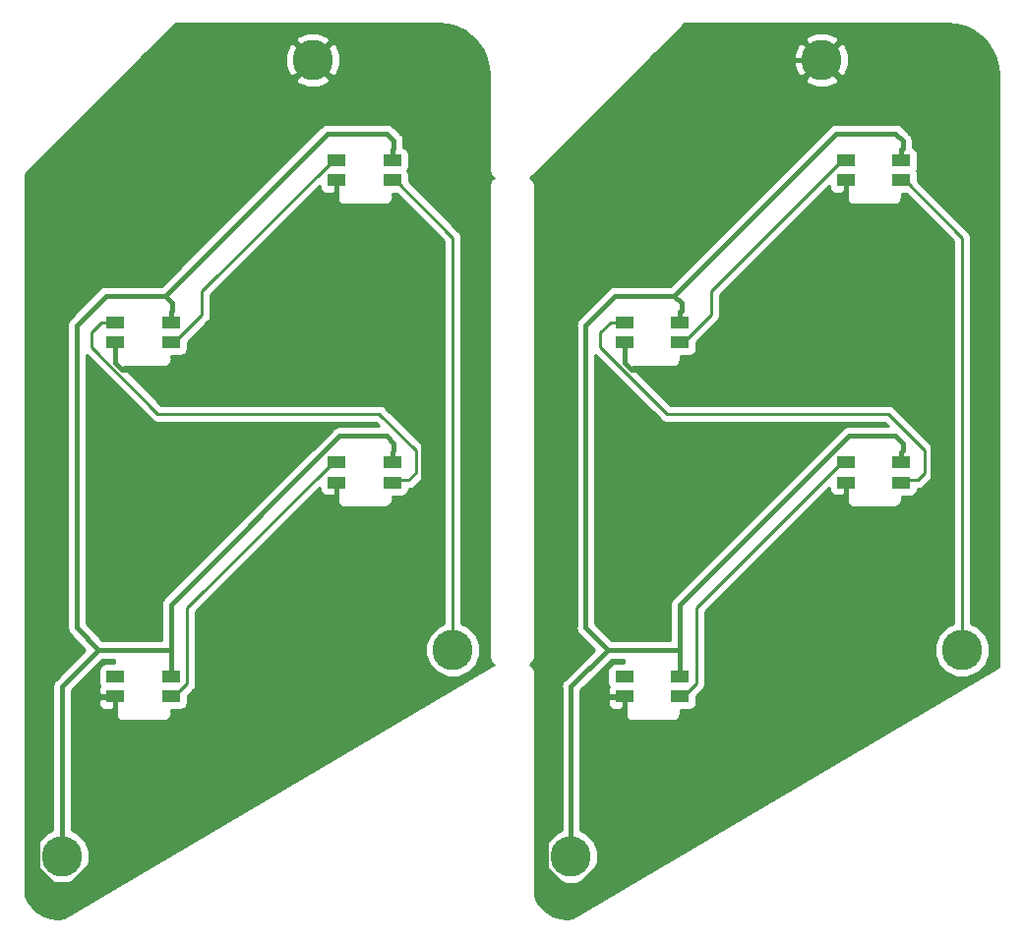
<source format=gbl>
G04 #@! TF.GenerationSoftware,KiCad,Pcbnew,5.0.2-bee76a0~70~ubuntu18.04.1*
G04 #@! TF.CreationDate,2019-07-24T01:50:04+09:00*
G04 #@! TF.ProjectId,shieldR,73686965-6c64-4522-9e6b-696361645f70,rev?*
G04 #@! TF.SameCoordinates,Original*
G04 #@! TF.FileFunction,Copper,L2,Bot*
G04 #@! TF.FilePolarity,Positive*
%FSLAX46Y46*%
G04 Gerber Fmt 4.6, Leading zero omitted, Abs format (unit mm)*
G04 Created by KiCad (PCBNEW 5.0.2-bee76a0~70~ubuntu18.04.1) date 2019年07月24日 01時50分04秒*
%MOMM*%
%LPD*%
G01*
G04 APERTURE LIST*
G04 #@! TA.AperFunction,ComponentPad*
%ADD10C,3.470000*%
G04 #@! TD*
G04 #@! TA.AperFunction,SMDPad,CuDef*
%ADD11R,1.600000X1.000000*%
G04 #@! TD*
G04 #@! TA.AperFunction,ViaPad*
%ADD12C,0.800000*%
G04 #@! TD*
G04 #@! TA.AperFunction,Conductor*
%ADD13C,0.400000*%
G04 #@! TD*
G04 #@! TA.AperFunction,Conductor*
%ADD14C,0.250000*%
G04 #@! TD*
G04 #@! TA.AperFunction,Conductor*
%ADD15C,0.254000*%
G04 #@! TD*
G04 APERTURE END LIST*
D10*
G04 #@! TO.P,J4,1*
G04 #@! TO.N,VCC*
X103505000Y-93345000D03*
G04 #@! TD*
G04 #@! TO.P,J5,1*
G04 #@! TO.N,GND*
X125095000Y-24765000D03*
G04 #@! TD*
G04 #@! TO.P,J3,1*
G04 #@! TO.N,LED*
X137160000Y-75565000D03*
G04 #@! TD*
D11*
G04 #@! TO.P,L4,2*
G04 #@! TO.N,GND*
X108090000Y-79615000D03*
G04 #@! TO.P,L4,1*
G04 #@! TO.N,Net-(L4-Pad1)*
X108090000Y-77865000D03*
G04 #@! TO.P,L4,4*
G04 #@! TO.N,VCC*
X112890000Y-77865000D03*
G04 #@! TO.P,L4,3*
G04 #@! TO.N,Net-(L3-Pad1)*
X112890000Y-79615000D03*
G04 #@! TD*
G04 #@! TO.P,L2,3*
G04 #@! TO.N,Net-(L1-Pad1)*
X69075000Y-49135000D03*
G04 #@! TO.P,L2,4*
G04 #@! TO.N,VCC*
X69075000Y-47385000D03*
G04 #@! TO.P,L2,1*
G04 #@! TO.N,Net-(L2-Pad1)*
X64275000Y-47385000D03*
G04 #@! TO.P,L2,2*
G04 #@! TO.N,GND*
X64275000Y-49135000D03*
G04 #@! TD*
D10*
G04 #@! TO.P,J4,1*
G04 #@! TO.N,VCC*
X59690000Y-93345000D03*
G04 #@! TD*
G04 #@! TO.P,J5,1*
G04 #@! TO.N,GND*
X81280000Y-24765000D03*
G04 #@! TD*
G04 #@! TO.P,J3,1*
G04 #@! TO.N,LED*
X93345000Y-75565000D03*
G04 #@! TD*
D11*
G04 #@! TO.P,L3,3*
G04 #@! TO.N,Net-(L2-Pad1)*
X88125000Y-61200000D03*
G04 #@! TO.P,L3,4*
G04 #@! TO.N,VCC*
X88125000Y-59450000D03*
G04 #@! TO.P,L3,1*
G04 #@! TO.N,Net-(L3-Pad1)*
X83325000Y-59450000D03*
G04 #@! TO.P,L3,2*
G04 #@! TO.N,GND*
X83325000Y-61200000D03*
G04 #@! TD*
G04 #@! TO.P,L1,2*
G04 #@! TO.N,GND*
X127140000Y-35165000D03*
G04 #@! TO.P,L1,1*
G04 #@! TO.N,Net-(L1-Pad1)*
X127140000Y-33415000D03*
G04 #@! TO.P,L1,4*
G04 #@! TO.N,VCC*
X131940000Y-33415000D03*
G04 #@! TO.P,L1,3*
G04 #@! TO.N,LED*
X131940000Y-35165000D03*
G04 #@! TD*
G04 #@! TO.P,L1,3*
G04 #@! TO.N,LED*
X88125000Y-35165000D03*
G04 #@! TO.P,L1,4*
G04 #@! TO.N,VCC*
X88125000Y-33415000D03*
G04 #@! TO.P,L1,1*
G04 #@! TO.N,Net-(L1-Pad1)*
X83325000Y-33415000D03*
G04 #@! TO.P,L1,2*
G04 #@! TO.N,GND*
X83325000Y-35165000D03*
G04 #@! TD*
G04 #@! TO.P,L3,2*
G04 #@! TO.N,GND*
X127140000Y-61200000D03*
G04 #@! TO.P,L3,1*
G04 #@! TO.N,Net-(L3-Pad1)*
X127140000Y-59450000D03*
G04 #@! TO.P,L3,4*
G04 #@! TO.N,VCC*
X131940000Y-59450000D03*
G04 #@! TO.P,L3,3*
G04 #@! TO.N,Net-(L2-Pad1)*
X131940000Y-61200000D03*
G04 #@! TD*
G04 #@! TO.P,L4,3*
G04 #@! TO.N,Net-(L3-Pad1)*
X69075000Y-79615000D03*
G04 #@! TO.P,L4,4*
G04 #@! TO.N,VCC*
X69075000Y-77865000D03*
G04 #@! TO.P,L4,1*
G04 #@! TO.N,Net-(L4-Pad1)*
X64275000Y-77865000D03*
G04 #@! TO.P,L4,2*
G04 #@! TO.N,GND*
X64275000Y-79615000D03*
G04 #@! TD*
G04 #@! TO.P,L2,2*
G04 #@! TO.N,GND*
X108090000Y-49135000D03*
G04 #@! TO.P,L2,1*
G04 #@! TO.N,Net-(L2-Pad1)*
X108090000Y-47385000D03*
G04 #@! TO.P,L2,4*
G04 #@! TO.N,VCC*
X112890000Y-47385000D03*
G04 #@! TO.P,L2,3*
G04 #@! TO.N,Net-(L1-Pad1)*
X112890000Y-49135000D03*
G04 #@! TD*
D12*
G04 #@! TO.N,GND*
X68580000Y-62230000D03*
X112395000Y-62230000D03*
G04 #@! TD*
D13*
G04 #@! TO.N,VCC*
X103505000Y-93345000D02*
X103505000Y-78740000D01*
X112395000Y-45085000D02*
X107315000Y-45085000D01*
X104775000Y-73660000D02*
X106680000Y-75565000D01*
X132080000Y-31750000D02*
X131445000Y-31115000D01*
X131445000Y-31115000D02*
X126365000Y-31115000D01*
X112890000Y-47385000D02*
X112890000Y-46485000D01*
X131940000Y-33415000D02*
X131940000Y-32515000D01*
X131940000Y-58550000D02*
X132080000Y-58410000D01*
X112890000Y-76965000D02*
X112890000Y-77865000D01*
X113030000Y-46345000D02*
X113030000Y-45720000D01*
X112890000Y-71679998D02*
X112890000Y-75565000D01*
X132080000Y-58410000D02*
X132080000Y-57785000D01*
X126365000Y-31115000D02*
X112395000Y-45085000D01*
X127635000Y-57150000D02*
X127419998Y-57150000D01*
X131940000Y-32515000D02*
X132080000Y-32375000D01*
X132080000Y-57785000D02*
X131445000Y-57150000D01*
X127419998Y-57150000D02*
X112890000Y-71679998D01*
X113030000Y-45720000D02*
X112395000Y-45085000D01*
X104775000Y-47625000D02*
X104775000Y-73660000D01*
X103505000Y-78740000D02*
X106680000Y-75565000D01*
X131445000Y-57150000D02*
X127635000Y-57150000D01*
X131940000Y-59450000D02*
X131940000Y-58550000D01*
X112890000Y-46485000D02*
X113030000Y-46345000D01*
X69075000Y-47385000D02*
X69075000Y-46485000D01*
X69075000Y-46485000D02*
X69215000Y-46345000D01*
X60960000Y-47625000D02*
X60960000Y-73660000D01*
X60960000Y-73660000D02*
X62865000Y-75565000D01*
X69075000Y-75565000D02*
X69075000Y-76965000D01*
X69075000Y-71679998D02*
X69075000Y-75565000D01*
X62865000Y-75565000D02*
X69075000Y-75565000D01*
X59690000Y-78740000D02*
X62865000Y-75565000D01*
X88265000Y-32375000D02*
X88265000Y-31750000D01*
X82550000Y-31115000D02*
X68580000Y-45085000D01*
X88265000Y-31750000D02*
X87630000Y-31115000D01*
X87630000Y-31115000D02*
X82550000Y-31115000D01*
X68580000Y-45085000D02*
X63500000Y-45085000D01*
X63500000Y-45085000D02*
X60960000Y-47625000D01*
X69215000Y-45720000D02*
X68580000Y-45085000D01*
X69215000Y-46345000D02*
X69215000Y-45720000D01*
X88265000Y-57785000D02*
X87630000Y-57150000D01*
X88265000Y-58410000D02*
X88265000Y-57785000D01*
X88125000Y-59450000D02*
X88125000Y-58550000D01*
X132080000Y-32375000D02*
X132080000Y-31750000D01*
X112890000Y-75565000D02*
X112890000Y-76965000D01*
X107315000Y-45085000D02*
X104775000Y-47625000D01*
X106680000Y-75565000D02*
X112890000Y-75565000D01*
X88125000Y-32515000D02*
X88265000Y-32375000D01*
X88125000Y-33415000D02*
X88125000Y-32515000D01*
X87630000Y-57150000D02*
X83820000Y-57150000D01*
X59690000Y-93345000D02*
X59690000Y-78740000D01*
X88125000Y-58550000D02*
X88265000Y-58410000D01*
X83820000Y-57150000D02*
X83604998Y-57150000D01*
X83604998Y-57150000D02*
X69075000Y-71679998D01*
X69075000Y-76965000D02*
X69075000Y-77865000D01*
D14*
G04 #@! TO.N,LED*
X93345000Y-40085000D02*
X88425000Y-35165000D01*
X88425000Y-35165000D02*
X88125000Y-35165000D01*
X137160000Y-75565000D02*
X137160000Y-40085000D01*
X132240000Y-35165000D02*
X131940000Y-35165000D01*
X137160000Y-40085000D02*
X132240000Y-35165000D01*
X93345000Y-75565000D02*
X93345000Y-40085000D01*
G04 #@! TO.N,Net-(L1-Pad1)*
X126840000Y-33415000D02*
X115570000Y-44685000D01*
X71755000Y-44685000D02*
X71755000Y-46755000D01*
X71755000Y-46755000D02*
X69375000Y-49135000D01*
X69375000Y-49135000D02*
X69075000Y-49135000D01*
X83325000Y-33415000D02*
X83025000Y-33415000D01*
X83025000Y-33415000D02*
X71755000Y-44685000D01*
X115570000Y-44685000D02*
X115570000Y-46755000D01*
X113190000Y-49135000D02*
X112890000Y-49135000D01*
X127140000Y-33415000D02*
X126840000Y-33415000D01*
X115570000Y-46755000D02*
X113190000Y-49135000D01*
D13*
G04 #@! TO.N,GND*
X127635000Y-37465000D02*
X134620000Y-44450000D01*
X108692476Y-51435000D02*
X113665000Y-51435000D01*
X132080000Y-63500000D02*
X127635000Y-63500000D01*
X108585000Y-81915000D02*
X108090000Y-81420000D01*
X134620000Y-60960000D02*
X132080000Y-63500000D01*
X113665000Y-81915000D02*
X108585000Y-81915000D01*
X134620000Y-44450000D02*
X134620000Y-60960000D01*
X127635000Y-63500000D02*
X127140000Y-63005000D01*
X83820000Y-37465000D02*
X90805000Y-44450000D01*
X64275000Y-50832524D02*
X64877476Y-51435000D01*
X83325000Y-36970000D02*
X83820000Y-37465000D01*
X64275000Y-49135000D02*
X64275000Y-50832524D01*
X64877476Y-51435000D02*
X69850000Y-51435000D01*
X69850000Y-51435000D02*
X83820000Y-37465000D01*
X108090000Y-81420000D02*
X108090000Y-79615000D01*
X132080000Y-63500000D02*
X113665000Y-81915000D01*
X83325000Y-63005000D02*
X83325000Y-61200000D01*
X90805000Y-60960000D02*
X88265000Y-63500000D01*
X88265000Y-63500000D02*
X83820000Y-63500000D01*
X127140000Y-63005000D02*
X127140000Y-61200000D01*
X113665000Y-51435000D02*
X127635000Y-37465000D01*
X108090000Y-49135000D02*
X108090000Y-50832524D01*
X108090000Y-50832524D02*
X108692476Y-51435000D01*
X90805000Y-44450000D02*
X90805000Y-60960000D01*
X83325000Y-35165000D02*
X83325000Y-36970000D01*
X69850000Y-81915000D02*
X64770000Y-81915000D01*
X88265000Y-63500000D02*
X69850000Y-81915000D01*
X64275000Y-81420000D02*
X64275000Y-79615000D01*
X64770000Y-81915000D02*
X64275000Y-81420000D01*
X83820000Y-63500000D02*
X83325000Y-63005000D01*
X81280000Y-24765000D02*
X57554999Y-48490001D01*
X57554999Y-94369801D02*
X58943198Y-95758000D01*
X57554999Y-48490001D02*
X57554999Y-94369801D01*
X64275000Y-80515000D02*
X64275000Y-79615000D01*
X60436802Y-95758000D02*
X64275000Y-91919802D01*
X64275000Y-91919802D02*
X64275000Y-80515000D01*
X58943198Y-95758000D02*
X60436802Y-95758000D01*
X127140000Y-36970000D02*
X127140000Y-35165000D01*
X127635000Y-37465000D02*
X127140000Y-36970000D01*
X101368765Y-94368567D02*
X102885198Y-95885000D01*
X101368765Y-46037576D02*
X101368765Y-94368567D01*
X125095000Y-24765000D02*
X122641340Y-24765000D01*
X122641340Y-24765000D02*
X101368765Y-46037576D01*
X108090000Y-80515000D02*
X108090000Y-79615000D01*
X108090000Y-91919802D02*
X108090000Y-80515000D01*
X104124802Y-95885000D02*
X108090000Y-91919802D01*
X102885198Y-95885000D02*
X104124802Y-95885000D01*
D14*
G04 #@! TO.N,Net-(L2-Pad1)*
X132480000Y-60960000D02*
X133350000Y-60960000D01*
X132240000Y-61200000D02*
X132480000Y-60960000D01*
X130810000Y-55245000D02*
X111760000Y-55245000D01*
X133985000Y-60325000D02*
X133985000Y-58420000D01*
X106045000Y-49530000D02*
X106045000Y-48260000D01*
X106045000Y-48260000D02*
X106920000Y-47385000D01*
X131940000Y-61200000D02*
X132240000Y-61200000D01*
X133350000Y-60960000D02*
X133985000Y-60325000D01*
X111760000Y-55245000D02*
X106045000Y-49530000D01*
X106920000Y-47385000D02*
X108090000Y-47385000D01*
X133985000Y-58420000D02*
X130810000Y-55245000D01*
X90170000Y-58420000D02*
X86995000Y-55245000D01*
X88665000Y-60960000D02*
X89535000Y-60960000D01*
X88425000Y-61200000D02*
X88665000Y-60960000D01*
X90170000Y-60325000D02*
X90170000Y-58420000D01*
X89535000Y-60960000D02*
X90170000Y-60325000D01*
X88125000Y-61200000D02*
X88425000Y-61200000D01*
X86995000Y-55245000D02*
X67945000Y-55245000D01*
X67945000Y-55245000D02*
X62230000Y-49530000D01*
X62230000Y-49530000D02*
X62230000Y-48260000D01*
X62230000Y-48260000D02*
X63105000Y-47385000D01*
X63105000Y-47385000D02*
X64275000Y-47385000D01*
G04 #@! TO.N,Net-(L3-Pad1)*
X112890000Y-79615000D02*
X113190000Y-79615000D01*
X126840000Y-59450000D02*
X127140000Y-59450000D01*
X113190000Y-79615000D02*
X114300000Y-78505000D01*
X114300000Y-71990000D02*
X126840000Y-59450000D01*
X114300000Y-78505000D02*
X114300000Y-71990000D01*
X69375000Y-79615000D02*
X70485000Y-78505000D01*
X70485000Y-78505000D02*
X70485000Y-71990000D01*
X69075000Y-79615000D02*
X69375000Y-79615000D01*
X70485000Y-71990000D02*
X83025000Y-59450000D01*
X83025000Y-59450000D02*
X83325000Y-59450000D01*
G04 #@! TD*
D15*
G04 #@! TO.N,GND*
G36*
X136663358Y-21736842D02*
X137412277Y-21941723D01*
X138113072Y-22275986D01*
X138743605Y-22729069D01*
X139283934Y-23286645D01*
X139716989Y-23931099D01*
X140029073Y-24642044D01*
X140211640Y-25402493D01*
X140260000Y-26061031D01*
X140260001Y-77064200D01*
X103657948Y-98624315D01*
X103133456Y-98680318D01*
X102530291Y-98617931D01*
X101953275Y-98431502D01*
X101427632Y-98129179D01*
X100976326Y-97724171D01*
X100618466Y-97233327D01*
X100405000Y-96759777D01*
X100405000Y-92873578D01*
X101135000Y-92873578D01*
X101135000Y-93816422D01*
X101495811Y-94687497D01*
X102162503Y-95354189D01*
X103033578Y-95715000D01*
X103976422Y-95715000D01*
X104847497Y-95354189D01*
X105514189Y-94687497D01*
X105875000Y-93816422D01*
X105875000Y-92873578D01*
X105514189Y-92002503D01*
X104847497Y-91335811D01*
X104340000Y-91125599D01*
X104340000Y-79085867D01*
X107025868Y-76400000D01*
X108033993Y-76400000D01*
X108016091Y-76490000D01*
X108030000Y-76559926D01*
X108030000Y-76717560D01*
X107290000Y-76717560D01*
X107042235Y-76766843D01*
X106832191Y-76907191D01*
X106691843Y-77117235D01*
X106642560Y-77365000D01*
X106642560Y-78365000D01*
X106691843Y-78612765D01*
X106772900Y-78734074D01*
X106751673Y-78755301D01*
X106655000Y-78988690D01*
X106655000Y-79329250D01*
X106813750Y-79488000D01*
X107963000Y-79488000D01*
X107963000Y-79468000D01*
X108030001Y-79468000D01*
X108030001Y-79762000D01*
X107963000Y-79762000D01*
X107963000Y-79742000D01*
X106813750Y-79742000D01*
X106655000Y-79900750D01*
X106655000Y-80241310D01*
X106751673Y-80474699D01*
X106930302Y-80653327D01*
X107163691Y-80750000D01*
X107804250Y-80750000D01*
X107962998Y-80591252D01*
X107962998Y-80750000D01*
X108030001Y-80750000D01*
X108030001Y-80920069D01*
X108016091Y-80990000D01*
X108071195Y-81267028D01*
X108228119Y-81501881D01*
X108462972Y-81658805D01*
X108670074Y-81700000D01*
X108670075Y-81700000D01*
X108740000Y-81713909D01*
X108809926Y-81700000D01*
X112170075Y-81700000D01*
X112240000Y-81713909D01*
X112517028Y-81658805D01*
X112751881Y-81501881D01*
X112908805Y-81267028D01*
X112950000Y-81059926D01*
X112963909Y-80990000D01*
X112950000Y-80920074D01*
X112950000Y-80762440D01*
X113690000Y-80762440D01*
X113937765Y-80713157D01*
X114147809Y-80572809D01*
X114288157Y-80362765D01*
X114337440Y-80115000D01*
X114337440Y-79542362D01*
X114784473Y-79095329D01*
X114847929Y-79052929D01*
X115015904Y-78801537D01*
X115060000Y-78579852D01*
X115060000Y-78579848D01*
X115074888Y-78505001D01*
X115060000Y-78430154D01*
X115060000Y-72304801D01*
X125705000Y-61659802D01*
X125705000Y-61826310D01*
X125801673Y-62059699D01*
X125980302Y-62238327D01*
X126213691Y-62335000D01*
X126854250Y-62335000D01*
X127012998Y-62176252D01*
X127012998Y-62335000D01*
X127080001Y-62335000D01*
X127080001Y-62505069D01*
X127066091Y-62575000D01*
X127121195Y-62852028D01*
X127278119Y-63086881D01*
X127512972Y-63243805D01*
X127720074Y-63285000D01*
X127720075Y-63285000D01*
X127790000Y-63298909D01*
X127859926Y-63285000D01*
X131220075Y-63285000D01*
X131290000Y-63298909D01*
X131567028Y-63243805D01*
X131801881Y-63086881D01*
X131958805Y-62852028D01*
X132000000Y-62644926D01*
X132013909Y-62575000D01*
X132000000Y-62505074D01*
X132000000Y-62347440D01*
X132740000Y-62347440D01*
X132987765Y-62298157D01*
X133197809Y-62157809D01*
X133338157Y-61947765D01*
X133381757Y-61728571D01*
X133424847Y-61720000D01*
X133424852Y-61720000D01*
X133646537Y-61675904D01*
X133897929Y-61507929D01*
X133940331Y-61444470D01*
X134469473Y-60915329D01*
X134532929Y-60872929D01*
X134700904Y-60621537D01*
X134745000Y-60399852D01*
X134745000Y-60399848D01*
X134759888Y-60325000D01*
X134745000Y-60250152D01*
X134745000Y-58494846D01*
X134759888Y-58419999D01*
X134745000Y-58345152D01*
X134745000Y-58345148D01*
X134700904Y-58123463D01*
X134532929Y-57872071D01*
X134469473Y-57829671D01*
X131400331Y-54760530D01*
X131357929Y-54697071D01*
X131106537Y-54529096D01*
X130884852Y-54485000D01*
X130884847Y-54485000D01*
X130810000Y-54470112D01*
X130735153Y-54485000D01*
X112074802Y-54485000D01*
X108809822Y-51220021D01*
X108809926Y-51220000D01*
X112170075Y-51220000D01*
X112240000Y-51233909D01*
X112517028Y-51178805D01*
X112751881Y-51021881D01*
X112908805Y-50787028D01*
X112950000Y-50579926D01*
X112963909Y-50510000D01*
X112950000Y-50440074D01*
X112950000Y-50282440D01*
X113690000Y-50282440D01*
X113937765Y-50233157D01*
X114147809Y-50092809D01*
X114288157Y-49882765D01*
X114337440Y-49635000D01*
X114337440Y-49062361D01*
X116054473Y-47345329D01*
X116117929Y-47302929D01*
X116285904Y-47051537D01*
X116330000Y-46829852D01*
X116330000Y-46829848D01*
X116344888Y-46755001D01*
X116330000Y-46680154D01*
X116330000Y-44999801D01*
X125705000Y-35624802D01*
X125705000Y-35791310D01*
X125801673Y-36024699D01*
X125980302Y-36203327D01*
X126213691Y-36300000D01*
X126854250Y-36300000D01*
X127012998Y-36141252D01*
X127012998Y-36300000D01*
X127080001Y-36300000D01*
X127080001Y-36470069D01*
X127066091Y-36540000D01*
X127121195Y-36817028D01*
X127278119Y-37051881D01*
X127512972Y-37208805D01*
X127720074Y-37250000D01*
X127720075Y-37250000D01*
X127790000Y-37263909D01*
X127859926Y-37250000D01*
X131220075Y-37250000D01*
X131290000Y-37263909D01*
X131567028Y-37208805D01*
X131801881Y-37051881D01*
X131958805Y-36817028D01*
X132000000Y-36609926D01*
X132013909Y-36540000D01*
X132000000Y-36470074D01*
X132000000Y-36312440D01*
X132312639Y-36312440D01*
X136400001Y-40399803D01*
X136400000Y-73314533D01*
X135817503Y-73555811D01*
X135150811Y-74222503D01*
X134790000Y-75093578D01*
X134790000Y-76036422D01*
X135150811Y-76907497D01*
X135817503Y-77574189D01*
X136688578Y-77935000D01*
X137631422Y-77935000D01*
X138502497Y-77574189D01*
X139169189Y-76907497D01*
X139530000Y-76036422D01*
X139530000Y-75093578D01*
X139169189Y-74222503D01*
X138502497Y-73555811D01*
X137920000Y-73314533D01*
X137920000Y-40159848D01*
X137934888Y-40085000D01*
X137920000Y-40010152D01*
X137920000Y-40010148D01*
X137875904Y-39788463D01*
X137875904Y-39788462D01*
X137750329Y-39600527D01*
X137707929Y-39537071D01*
X137644473Y-39494671D01*
X133387440Y-35237639D01*
X133387440Y-34665000D01*
X133338157Y-34417235D01*
X133253141Y-34290000D01*
X133338157Y-34162765D01*
X133387440Y-33915000D01*
X133387440Y-32915000D01*
X133338157Y-32667235D01*
X133197809Y-32457191D01*
X132987765Y-32316843D01*
X132916989Y-32302765D01*
X132915000Y-32292763D01*
X132915000Y-31832237D01*
X132931358Y-31750000D01*
X132866552Y-31424200D01*
X132866552Y-31424199D01*
X132682001Y-31147999D01*
X132612282Y-31101414D01*
X132093587Y-30582720D01*
X132047001Y-30512999D01*
X131770801Y-30328448D01*
X131527237Y-30280000D01*
X131527233Y-30280000D01*
X131445000Y-30263643D01*
X131362767Y-30280000D01*
X126447232Y-30280000D01*
X126364999Y-30263643D01*
X126282766Y-30280000D01*
X126282763Y-30280000D01*
X126039199Y-30328448D01*
X125762999Y-30512999D01*
X125716417Y-30582714D01*
X112049133Y-44250000D01*
X107397232Y-44250000D01*
X107314999Y-44233643D01*
X107232766Y-44250000D01*
X107232763Y-44250000D01*
X106989199Y-44298448D01*
X106854481Y-44388464D01*
X106712999Y-44482999D01*
X106666417Y-44552715D01*
X104242720Y-46976413D01*
X104172999Y-47022999D01*
X103988448Y-47299200D01*
X103940000Y-47542764D01*
X103940000Y-47542767D01*
X103923643Y-47625000D01*
X103940000Y-47707233D01*
X103940001Y-73577762D01*
X103923643Y-73660000D01*
X103988448Y-73985800D01*
X103988449Y-73985801D01*
X104173000Y-74262001D01*
X104242718Y-74308585D01*
X105499132Y-75565000D01*
X102972718Y-78091415D01*
X102903000Y-78137999D01*
X102826092Y-78253100D01*
X102718448Y-78414200D01*
X102653643Y-78740000D01*
X102670001Y-78822238D01*
X102670000Y-91125599D01*
X102162503Y-91335811D01*
X101495811Y-92002503D01*
X101135000Y-92873578D01*
X100405000Y-92873578D01*
X100405000Y-77539926D01*
X100418909Y-77470000D01*
X100398870Y-77369254D01*
X100363805Y-77192972D01*
X100206881Y-76958119D01*
X100022621Y-76835000D01*
X100206881Y-76711881D01*
X100363805Y-76477028D01*
X100388764Y-76351552D01*
X100405000Y-76269926D01*
X100405000Y-76269925D01*
X100418909Y-76200000D01*
X100405000Y-76130074D01*
X100405000Y-35629926D01*
X100418909Y-35560000D01*
X100363805Y-35282972D01*
X100206881Y-35048119D01*
X100022621Y-34925000D01*
X100206881Y-34801881D01*
X100246494Y-34742596D01*
X108540394Y-26448696D01*
X123590909Y-26448696D01*
X123779366Y-26791881D01*
X124655166Y-27141065D01*
X125597927Y-27128514D01*
X126410634Y-26791881D01*
X126599091Y-26448696D01*
X125095000Y-24944605D01*
X123590909Y-26448696D01*
X108540394Y-26448696D01*
X110663925Y-24325166D01*
X122718935Y-24325166D01*
X122731486Y-25267927D01*
X123068119Y-26080634D01*
X123411304Y-26269091D01*
X124915395Y-24765000D01*
X125274605Y-24765000D01*
X126778696Y-26269091D01*
X127121881Y-26080634D01*
X127471065Y-25204834D01*
X127458514Y-24262073D01*
X127121881Y-23449366D01*
X126778696Y-23260909D01*
X125274605Y-24765000D01*
X124915395Y-24765000D01*
X123411304Y-23260909D01*
X123068119Y-23449366D01*
X122718935Y-24325166D01*
X110663925Y-24325166D01*
X111907787Y-23081304D01*
X123590909Y-23081304D01*
X125095000Y-24585395D01*
X126599091Y-23081304D01*
X126410634Y-22738119D01*
X125534834Y-22388935D01*
X124592073Y-22401486D01*
X123779366Y-22738119D01*
X123590909Y-23081304D01*
X111907787Y-23081304D01*
X113324092Y-21665000D01*
X135858382Y-21665000D01*
X136663358Y-21736842D01*
X136663358Y-21736842D01*
G37*
X136663358Y-21736842D02*
X137412277Y-21941723D01*
X138113072Y-22275986D01*
X138743605Y-22729069D01*
X139283934Y-23286645D01*
X139716989Y-23931099D01*
X140029073Y-24642044D01*
X140211640Y-25402493D01*
X140260000Y-26061031D01*
X140260001Y-77064200D01*
X103657948Y-98624315D01*
X103133456Y-98680318D01*
X102530291Y-98617931D01*
X101953275Y-98431502D01*
X101427632Y-98129179D01*
X100976326Y-97724171D01*
X100618466Y-97233327D01*
X100405000Y-96759777D01*
X100405000Y-92873578D01*
X101135000Y-92873578D01*
X101135000Y-93816422D01*
X101495811Y-94687497D01*
X102162503Y-95354189D01*
X103033578Y-95715000D01*
X103976422Y-95715000D01*
X104847497Y-95354189D01*
X105514189Y-94687497D01*
X105875000Y-93816422D01*
X105875000Y-92873578D01*
X105514189Y-92002503D01*
X104847497Y-91335811D01*
X104340000Y-91125599D01*
X104340000Y-79085867D01*
X107025868Y-76400000D01*
X108033993Y-76400000D01*
X108016091Y-76490000D01*
X108030000Y-76559926D01*
X108030000Y-76717560D01*
X107290000Y-76717560D01*
X107042235Y-76766843D01*
X106832191Y-76907191D01*
X106691843Y-77117235D01*
X106642560Y-77365000D01*
X106642560Y-78365000D01*
X106691843Y-78612765D01*
X106772900Y-78734074D01*
X106751673Y-78755301D01*
X106655000Y-78988690D01*
X106655000Y-79329250D01*
X106813750Y-79488000D01*
X107963000Y-79488000D01*
X107963000Y-79468000D01*
X108030001Y-79468000D01*
X108030001Y-79762000D01*
X107963000Y-79762000D01*
X107963000Y-79742000D01*
X106813750Y-79742000D01*
X106655000Y-79900750D01*
X106655000Y-80241310D01*
X106751673Y-80474699D01*
X106930302Y-80653327D01*
X107163691Y-80750000D01*
X107804250Y-80750000D01*
X107962998Y-80591252D01*
X107962998Y-80750000D01*
X108030001Y-80750000D01*
X108030001Y-80920069D01*
X108016091Y-80990000D01*
X108071195Y-81267028D01*
X108228119Y-81501881D01*
X108462972Y-81658805D01*
X108670074Y-81700000D01*
X108670075Y-81700000D01*
X108740000Y-81713909D01*
X108809926Y-81700000D01*
X112170075Y-81700000D01*
X112240000Y-81713909D01*
X112517028Y-81658805D01*
X112751881Y-81501881D01*
X112908805Y-81267028D01*
X112950000Y-81059926D01*
X112963909Y-80990000D01*
X112950000Y-80920074D01*
X112950000Y-80762440D01*
X113690000Y-80762440D01*
X113937765Y-80713157D01*
X114147809Y-80572809D01*
X114288157Y-80362765D01*
X114337440Y-80115000D01*
X114337440Y-79542362D01*
X114784473Y-79095329D01*
X114847929Y-79052929D01*
X115015904Y-78801537D01*
X115060000Y-78579852D01*
X115060000Y-78579848D01*
X115074888Y-78505001D01*
X115060000Y-78430154D01*
X115060000Y-72304801D01*
X125705000Y-61659802D01*
X125705000Y-61826310D01*
X125801673Y-62059699D01*
X125980302Y-62238327D01*
X126213691Y-62335000D01*
X126854250Y-62335000D01*
X127012998Y-62176252D01*
X127012998Y-62335000D01*
X127080001Y-62335000D01*
X127080001Y-62505069D01*
X127066091Y-62575000D01*
X127121195Y-62852028D01*
X127278119Y-63086881D01*
X127512972Y-63243805D01*
X127720074Y-63285000D01*
X127720075Y-63285000D01*
X127790000Y-63298909D01*
X127859926Y-63285000D01*
X131220075Y-63285000D01*
X131290000Y-63298909D01*
X131567028Y-63243805D01*
X131801881Y-63086881D01*
X131958805Y-62852028D01*
X132000000Y-62644926D01*
X132013909Y-62575000D01*
X132000000Y-62505074D01*
X132000000Y-62347440D01*
X132740000Y-62347440D01*
X132987765Y-62298157D01*
X133197809Y-62157809D01*
X133338157Y-61947765D01*
X133381757Y-61728571D01*
X133424847Y-61720000D01*
X133424852Y-61720000D01*
X133646537Y-61675904D01*
X133897929Y-61507929D01*
X133940331Y-61444470D01*
X134469473Y-60915329D01*
X134532929Y-60872929D01*
X134700904Y-60621537D01*
X134745000Y-60399852D01*
X134745000Y-60399848D01*
X134759888Y-60325000D01*
X134745000Y-60250152D01*
X134745000Y-58494846D01*
X134759888Y-58419999D01*
X134745000Y-58345152D01*
X134745000Y-58345148D01*
X134700904Y-58123463D01*
X134532929Y-57872071D01*
X134469473Y-57829671D01*
X131400331Y-54760530D01*
X131357929Y-54697071D01*
X131106537Y-54529096D01*
X130884852Y-54485000D01*
X130884847Y-54485000D01*
X130810000Y-54470112D01*
X130735153Y-54485000D01*
X112074802Y-54485000D01*
X108809822Y-51220021D01*
X108809926Y-51220000D01*
X112170075Y-51220000D01*
X112240000Y-51233909D01*
X112517028Y-51178805D01*
X112751881Y-51021881D01*
X112908805Y-50787028D01*
X112950000Y-50579926D01*
X112963909Y-50510000D01*
X112950000Y-50440074D01*
X112950000Y-50282440D01*
X113690000Y-50282440D01*
X113937765Y-50233157D01*
X114147809Y-50092809D01*
X114288157Y-49882765D01*
X114337440Y-49635000D01*
X114337440Y-49062361D01*
X116054473Y-47345329D01*
X116117929Y-47302929D01*
X116285904Y-47051537D01*
X116330000Y-46829852D01*
X116330000Y-46829848D01*
X116344888Y-46755001D01*
X116330000Y-46680154D01*
X116330000Y-44999801D01*
X125705000Y-35624802D01*
X125705000Y-35791310D01*
X125801673Y-36024699D01*
X125980302Y-36203327D01*
X126213691Y-36300000D01*
X126854250Y-36300000D01*
X127012998Y-36141252D01*
X127012998Y-36300000D01*
X127080001Y-36300000D01*
X127080001Y-36470069D01*
X127066091Y-36540000D01*
X127121195Y-36817028D01*
X127278119Y-37051881D01*
X127512972Y-37208805D01*
X127720074Y-37250000D01*
X127720075Y-37250000D01*
X127790000Y-37263909D01*
X127859926Y-37250000D01*
X131220075Y-37250000D01*
X131290000Y-37263909D01*
X131567028Y-37208805D01*
X131801881Y-37051881D01*
X131958805Y-36817028D01*
X132000000Y-36609926D01*
X132013909Y-36540000D01*
X132000000Y-36470074D01*
X132000000Y-36312440D01*
X132312639Y-36312440D01*
X136400001Y-40399803D01*
X136400000Y-73314533D01*
X135817503Y-73555811D01*
X135150811Y-74222503D01*
X134790000Y-75093578D01*
X134790000Y-76036422D01*
X135150811Y-76907497D01*
X135817503Y-77574189D01*
X136688578Y-77935000D01*
X137631422Y-77935000D01*
X138502497Y-77574189D01*
X139169189Y-76907497D01*
X139530000Y-76036422D01*
X139530000Y-75093578D01*
X139169189Y-74222503D01*
X138502497Y-73555811D01*
X137920000Y-73314533D01*
X137920000Y-40159848D01*
X137934888Y-40085000D01*
X137920000Y-40010152D01*
X137920000Y-40010148D01*
X137875904Y-39788463D01*
X137875904Y-39788462D01*
X137750329Y-39600527D01*
X137707929Y-39537071D01*
X137644473Y-39494671D01*
X133387440Y-35237639D01*
X133387440Y-34665000D01*
X133338157Y-34417235D01*
X133253141Y-34290000D01*
X133338157Y-34162765D01*
X133387440Y-33915000D01*
X133387440Y-32915000D01*
X133338157Y-32667235D01*
X133197809Y-32457191D01*
X132987765Y-32316843D01*
X132916989Y-32302765D01*
X132915000Y-32292763D01*
X132915000Y-31832237D01*
X132931358Y-31750000D01*
X132866552Y-31424200D01*
X132866552Y-31424199D01*
X132682001Y-31147999D01*
X132612282Y-31101414D01*
X132093587Y-30582720D01*
X132047001Y-30512999D01*
X131770801Y-30328448D01*
X131527237Y-30280000D01*
X131527233Y-30280000D01*
X131445000Y-30263643D01*
X131362767Y-30280000D01*
X126447232Y-30280000D01*
X126364999Y-30263643D01*
X126282766Y-30280000D01*
X126282763Y-30280000D01*
X126039199Y-30328448D01*
X125762999Y-30512999D01*
X125716417Y-30582714D01*
X112049133Y-44250000D01*
X107397232Y-44250000D01*
X107314999Y-44233643D01*
X107232766Y-44250000D01*
X107232763Y-44250000D01*
X106989199Y-44298448D01*
X106854481Y-44388464D01*
X106712999Y-44482999D01*
X106666417Y-44552715D01*
X104242720Y-46976413D01*
X104172999Y-47022999D01*
X103988448Y-47299200D01*
X103940000Y-47542764D01*
X103940000Y-47542767D01*
X103923643Y-47625000D01*
X103940000Y-47707233D01*
X103940001Y-73577762D01*
X103923643Y-73660000D01*
X103988448Y-73985800D01*
X103988449Y-73985801D01*
X104173000Y-74262001D01*
X104242718Y-74308585D01*
X105499132Y-75565000D01*
X102972718Y-78091415D01*
X102903000Y-78137999D01*
X102826092Y-78253100D01*
X102718448Y-78414200D01*
X102653643Y-78740000D01*
X102670001Y-78822238D01*
X102670000Y-91125599D01*
X102162503Y-91335811D01*
X101495811Y-92002503D01*
X101135000Y-92873578D01*
X100405000Y-92873578D01*
X100405000Y-77539926D01*
X100418909Y-77470000D01*
X100398870Y-77369254D01*
X100363805Y-77192972D01*
X100206881Y-76958119D01*
X100022621Y-76835000D01*
X100206881Y-76711881D01*
X100363805Y-76477028D01*
X100388764Y-76351552D01*
X100405000Y-76269926D01*
X100405000Y-76269925D01*
X100418909Y-76200000D01*
X100405000Y-76130074D01*
X100405000Y-35629926D01*
X100418909Y-35560000D01*
X100363805Y-35282972D01*
X100206881Y-35048119D01*
X100022621Y-34925000D01*
X100206881Y-34801881D01*
X100246494Y-34742596D01*
X108540394Y-26448696D01*
X123590909Y-26448696D01*
X123779366Y-26791881D01*
X124655166Y-27141065D01*
X125597927Y-27128514D01*
X126410634Y-26791881D01*
X126599091Y-26448696D01*
X125095000Y-24944605D01*
X123590909Y-26448696D01*
X108540394Y-26448696D01*
X110663925Y-24325166D01*
X122718935Y-24325166D01*
X122731486Y-25267927D01*
X123068119Y-26080634D01*
X123411304Y-26269091D01*
X124915395Y-24765000D01*
X125274605Y-24765000D01*
X126778696Y-26269091D01*
X127121881Y-26080634D01*
X127471065Y-25204834D01*
X127458514Y-24262073D01*
X127121881Y-23449366D01*
X126778696Y-23260909D01*
X125274605Y-24765000D01*
X124915395Y-24765000D01*
X123411304Y-23260909D01*
X123068119Y-23449366D01*
X122718935Y-24325166D01*
X110663925Y-24325166D01*
X111907787Y-23081304D01*
X123590909Y-23081304D01*
X125095000Y-24585395D01*
X126599091Y-23081304D01*
X126410634Y-22738119D01*
X125534834Y-22388935D01*
X124592073Y-22401486D01*
X123779366Y-22738119D01*
X123590909Y-23081304D01*
X111907787Y-23081304D01*
X113324092Y-21665000D01*
X135858382Y-21665000D01*
X136663358Y-21736842D01*
G36*
X111169670Y-55729472D02*
X111212071Y-55792929D01*
X111463463Y-55960904D01*
X111685148Y-56005000D01*
X111685152Y-56005000D01*
X111760000Y-56019888D01*
X111834848Y-56005000D01*
X130495199Y-56005000D01*
X130805199Y-56315000D01*
X127502230Y-56315000D01*
X127419997Y-56298643D01*
X127337764Y-56315000D01*
X127337761Y-56315000D01*
X127094197Y-56363448D01*
X126817997Y-56547999D01*
X126771413Y-56617717D01*
X112357720Y-71031411D01*
X112287999Y-71077997D01*
X112103448Y-71354198D01*
X112055000Y-71597762D01*
X112055000Y-71597765D01*
X112038643Y-71679998D01*
X112055000Y-71762231D01*
X112055001Y-74730000D01*
X107025868Y-74730000D01*
X105610000Y-73314133D01*
X105610000Y-50169801D01*
X111169670Y-55729472D01*
X111169670Y-55729472D01*
G37*
X111169670Y-55729472D02*
X111212071Y-55792929D01*
X111463463Y-55960904D01*
X111685148Y-56005000D01*
X111685152Y-56005000D01*
X111760000Y-56019888D01*
X111834848Y-56005000D01*
X130495199Y-56005000D01*
X130805199Y-56315000D01*
X127502230Y-56315000D01*
X127419997Y-56298643D01*
X127337764Y-56315000D01*
X127337761Y-56315000D01*
X127094197Y-56363448D01*
X126817997Y-56547999D01*
X126771413Y-56617717D01*
X112357720Y-71031411D01*
X112287999Y-71077997D01*
X112103448Y-71354198D01*
X112055000Y-71597762D01*
X112055000Y-71597765D01*
X112038643Y-71679998D01*
X112055000Y-71762231D01*
X112055001Y-74730000D01*
X107025868Y-74730000D01*
X105610000Y-73314133D01*
X105610000Y-50169801D01*
X111169670Y-55729472D01*
G36*
X127080001Y-61347000D02*
X127013000Y-61347000D01*
X127013000Y-61327000D01*
X126993000Y-61327000D01*
X126993000Y-61073000D01*
X127013000Y-61073000D01*
X127013000Y-61053000D01*
X127080001Y-61053000D01*
X127080001Y-61347000D01*
X127080001Y-61347000D01*
G37*
X127080001Y-61347000D02*
X127013000Y-61347000D01*
X127013000Y-61327000D01*
X126993000Y-61327000D01*
X126993000Y-61073000D01*
X127013000Y-61073000D01*
X127013000Y-61053000D01*
X127080001Y-61053000D01*
X127080001Y-61347000D01*
G36*
X108030001Y-49282000D02*
X107963000Y-49282000D01*
X107963000Y-49262000D01*
X107943000Y-49262000D01*
X107943000Y-49008000D01*
X107963000Y-49008000D01*
X107963000Y-48988000D01*
X108030001Y-48988000D01*
X108030001Y-49282000D01*
X108030001Y-49282000D01*
G37*
X108030001Y-49282000D02*
X107963000Y-49282000D01*
X107963000Y-49262000D01*
X107943000Y-49262000D01*
X107943000Y-49008000D01*
X107963000Y-49008000D01*
X107963000Y-48988000D01*
X108030001Y-48988000D01*
X108030001Y-49282000D01*
G36*
X127080001Y-35312000D02*
X127013000Y-35312000D01*
X127013000Y-35292000D01*
X126993000Y-35292000D01*
X126993000Y-35038000D01*
X127013000Y-35038000D01*
X127013000Y-35018000D01*
X127080001Y-35018000D01*
X127080001Y-35312000D01*
X127080001Y-35312000D01*
G37*
X127080001Y-35312000D02*
X127013000Y-35312000D01*
X127013000Y-35292000D01*
X126993000Y-35292000D01*
X126993000Y-35038000D01*
X127013000Y-35038000D01*
X127013000Y-35018000D01*
X127080001Y-35018000D01*
X127080001Y-35312000D01*
G36*
X92848358Y-21736842D02*
X93597277Y-21941723D01*
X94298072Y-22275986D01*
X94928605Y-22729069D01*
X95468934Y-23286645D01*
X95901989Y-23931099D01*
X96214073Y-24642044D01*
X96396640Y-25402493D01*
X96445000Y-26061031D01*
X96445001Y-34220069D01*
X96431091Y-34290000D01*
X96486195Y-34567028D01*
X96643119Y-34801881D01*
X96827379Y-34925000D01*
X96643119Y-35048119D01*
X96486195Y-35282972D01*
X96431091Y-35560000D01*
X96445000Y-35629926D01*
X96445001Y-76130069D01*
X96431091Y-76200000D01*
X96486195Y-76477028D01*
X96643119Y-76711881D01*
X96827379Y-76835000D01*
X96777292Y-76868467D01*
X59842948Y-98624315D01*
X59318456Y-98680318D01*
X58715291Y-98617931D01*
X58138275Y-98431502D01*
X57612632Y-98129179D01*
X57161326Y-97724171D01*
X56803466Y-97233327D01*
X56590000Y-96759777D01*
X56590000Y-92873578D01*
X57320000Y-92873578D01*
X57320000Y-93816422D01*
X57680811Y-94687497D01*
X58347503Y-95354189D01*
X59218578Y-95715000D01*
X60161422Y-95715000D01*
X61032497Y-95354189D01*
X61699189Y-94687497D01*
X62060000Y-93816422D01*
X62060000Y-92873578D01*
X61699189Y-92002503D01*
X61032497Y-91335811D01*
X60525000Y-91125599D01*
X60525000Y-79085867D01*
X63210868Y-76400000D01*
X64218993Y-76400000D01*
X64201091Y-76490000D01*
X64215000Y-76559926D01*
X64215000Y-76717560D01*
X63475000Y-76717560D01*
X63227235Y-76766843D01*
X63017191Y-76907191D01*
X62876843Y-77117235D01*
X62827560Y-77365000D01*
X62827560Y-78365000D01*
X62876843Y-78612765D01*
X62957900Y-78734074D01*
X62936673Y-78755301D01*
X62840000Y-78988690D01*
X62840000Y-79329250D01*
X62998750Y-79488000D01*
X64148000Y-79488000D01*
X64148000Y-79468000D01*
X64215001Y-79468000D01*
X64215001Y-79762000D01*
X64148000Y-79762000D01*
X64148000Y-79742000D01*
X62998750Y-79742000D01*
X62840000Y-79900750D01*
X62840000Y-80241310D01*
X62936673Y-80474699D01*
X63115302Y-80653327D01*
X63348691Y-80750000D01*
X63989250Y-80750000D01*
X64147998Y-80591252D01*
X64147998Y-80750000D01*
X64215001Y-80750000D01*
X64215001Y-80920069D01*
X64201091Y-80990000D01*
X64256195Y-81267028D01*
X64413119Y-81501881D01*
X64647972Y-81658805D01*
X64855074Y-81700000D01*
X64855075Y-81700000D01*
X64925000Y-81713909D01*
X64994926Y-81700000D01*
X68355075Y-81700000D01*
X68425000Y-81713909D01*
X68702028Y-81658805D01*
X68936881Y-81501881D01*
X69093805Y-81267028D01*
X69135000Y-81059926D01*
X69148909Y-80990000D01*
X69135000Y-80920074D01*
X69135000Y-80762440D01*
X69875000Y-80762440D01*
X70122765Y-80713157D01*
X70332809Y-80572809D01*
X70473157Y-80362765D01*
X70522440Y-80115000D01*
X70522440Y-79542362D01*
X70969473Y-79095329D01*
X71032929Y-79052929D01*
X71200904Y-78801537D01*
X71245000Y-78579852D01*
X71245000Y-78579848D01*
X71259888Y-78505001D01*
X71245000Y-78430154D01*
X71245000Y-72304801D01*
X81890000Y-61659802D01*
X81890000Y-61826310D01*
X81986673Y-62059699D01*
X82165302Y-62238327D01*
X82398691Y-62335000D01*
X83039250Y-62335000D01*
X83197998Y-62176252D01*
X83197998Y-62335000D01*
X83265001Y-62335000D01*
X83265001Y-62505069D01*
X83251091Y-62575000D01*
X83306195Y-62852028D01*
X83463119Y-63086881D01*
X83697972Y-63243805D01*
X83905074Y-63285000D01*
X83905075Y-63285000D01*
X83975000Y-63298909D01*
X84044926Y-63285000D01*
X87405075Y-63285000D01*
X87475000Y-63298909D01*
X87752028Y-63243805D01*
X87986881Y-63086881D01*
X88143805Y-62852028D01*
X88185000Y-62644926D01*
X88198909Y-62575000D01*
X88185000Y-62505074D01*
X88185000Y-62347440D01*
X88925000Y-62347440D01*
X89172765Y-62298157D01*
X89382809Y-62157809D01*
X89523157Y-61947765D01*
X89566757Y-61728571D01*
X89609847Y-61720000D01*
X89609852Y-61720000D01*
X89831537Y-61675904D01*
X90082929Y-61507929D01*
X90125331Y-61444470D01*
X90654473Y-60915329D01*
X90717929Y-60872929D01*
X90885904Y-60621537D01*
X90930000Y-60399852D01*
X90930000Y-60399848D01*
X90944888Y-60325000D01*
X90930000Y-60250152D01*
X90930000Y-58494846D01*
X90944888Y-58419999D01*
X90930000Y-58345152D01*
X90930000Y-58345148D01*
X90885904Y-58123463D01*
X90717929Y-57872071D01*
X90654473Y-57829671D01*
X87585331Y-54760530D01*
X87542929Y-54697071D01*
X87291537Y-54529096D01*
X87069852Y-54485000D01*
X87069847Y-54485000D01*
X86995000Y-54470112D01*
X86920153Y-54485000D01*
X68259802Y-54485000D01*
X64994822Y-51220021D01*
X64994926Y-51220000D01*
X68355075Y-51220000D01*
X68425000Y-51233909D01*
X68702028Y-51178805D01*
X68936881Y-51021881D01*
X69093805Y-50787028D01*
X69135000Y-50579926D01*
X69148909Y-50510000D01*
X69135000Y-50440074D01*
X69135000Y-50282440D01*
X69875000Y-50282440D01*
X70122765Y-50233157D01*
X70332809Y-50092809D01*
X70473157Y-49882765D01*
X70522440Y-49635000D01*
X70522440Y-49062361D01*
X72239473Y-47345329D01*
X72302929Y-47302929D01*
X72470904Y-47051537D01*
X72515000Y-46829852D01*
X72515000Y-46829848D01*
X72529888Y-46755001D01*
X72515000Y-46680154D01*
X72515000Y-44999801D01*
X81890000Y-35624802D01*
X81890000Y-35791310D01*
X81986673Y-36024699D01*
X82165302Y-36203327D01*
X82398691Y-36300000D01*
X83039250Y-36300000D01*
X83197998Y-36141252D01*
X83197998Y-36300000D01*
X83265001Y-36300000D01*
X83265001Y-36470069D01*
X83251091Y-36540000D01*
X83306195Y-36817028D01*
X83463119Y-37051881D01*
X83697972Y-37208805D01*
X83905074Y-37250000D01*
X83905075Y-37250000D01*
X83975000Y-37263909D01*
X84044926Y-37250000D01*
X87405075Y-37250000D01*
X87475000Y-37263909D01*
X87752028Y-37208805D01*
X87986881Y-37051881D01*
X88143805Y-36817028D01*
X88185000Y-36609926D01*
X88198909Y-36540000D01*
X88185000Y-36470074D01*
X88185000Y-36312440D01*
X88497639Y-36312440D01*
X92585001Y-40399803D01*
X92585000Y-73314533D01*
X92002503Y-73555811D01*
X91335811Y-74222503D01*
X90975000Y-75093578D01*
X90975000Y-76036422D01*
X91335811Y-76907497D01*
X92002503Y-77574189D01*
X92873578Y-77935000D01*
X93816422Y-77935000D01*
X94687497Y-77574189D01*
X95354189Y-76907497D01*
X95715000Y-76036422D01*
X95715000Y-75093578D01*
X95354189Y-74222503D01*
X94687497Y-73555811D01*
X94105000Y-73314533D01*
X94105000Y-40159848D01*
X94119888Y-40085000D01*
X94105000Y-40010152D01*
X94105000Y-40010148D01*
X94060904Y-39788463D01*
X94060904Y-39788462D01*
X93935329Y-39600527D01*
X93892929Y-39537071D01*
X93829473Y-39494671D01*
X89572440Y-35237639D01*
X89572440Y-34665000D01*
X89523157Y-34417235D01*
X89438141Y-34290000D01*
X89523157Y-34162765D01*
X89572440Y-33915000D01*
X89572440Y-32915000D01*
X89523157Y-32667235D01*
X89382809Y-32457191D01*
X89172765Y-32316843D01*
X89101989Y-32302765D01*
X89100000Y-32292763D01*
X89100000Y-31832237D01*
X89116358Y-31750000D01*
X89051552Y-31424200D01*
X89051552Y-31424199D01*
X88867001Y-31147999D01*
X88797282Y-31101414D01*
X88278587Y-30582720D01*
X88232001Y-30512999D01*
X87955801Y-30328448D01*
X87712237Y-30280000D01*
X87712233Y-30280000D01*
X87630000Y-30263643D01*
X87547767Y-30280000D01*
X82632232Y-30280000D01*
X82549999Y-30263643D01*
X82467766Y-30280000D01*
X82467763Y-30280000D01*
X82224199Y-30328448D01*
X81947999Y-30512999D01*
X81901417Y-30582714D01*
X68234133Y-44250000D01*
X63582232Y-44250000D01*
X63499999Y-44233643D01*
X63417766Y-44250000D01*
X63417763Y-44250000D01*
X63174199Y-44298448D01*
X63039481Y-44388464D01*
X62897999Y-44482999D01*
X62851417Y-44552715D01*
X60427720Y-46976413D01*
X60357999Y-47022999D01*
X60173448Y-47299200D01*
X60125000Y-47542764D01*
X60125000Y-47542767D01*
X60108643Y-47625000D01*
X60125000Y-47707233D01*
X60125001Y-73577762D01*
X60108643Y-73660000D01*
X60173448Y-73985800D01*
X60173449Y-73985801D01*
X60358000Y-74262001D01*
X60427718Y-74308585D01*
X61684132Y-75565000D01*
X59157718Y-78091415D01*
X59088000Y-78137999D01*
X59011092Y-78253100D01*
X58903448Y-78414200D01*
X58838643Y-78740000D01*
X58855001Y-78822238D01*
X58855000Y-91125599D01*
X58347503Y-91335811D01*
X57680811Y-92002503D01*
X57320000Y-92873578D01*
X56590000Y-92873578D01*
X56590000Y-34584090D01*
X64725394Y-26448696D01*
X79775909Y-26448696D01*
X79964366Y-26791881D01*
X80840166Y-27141065D01*
X81782927Y-27128514D01*
X82595634Y-26791881D01*
X82784091Y-26448696D01*
X81280000Y-24944605D01*
X79775909Y-26448696D01*
X64725394Y-26448696D01*
X66848925Y-24325166D01*
X78903935Y-24325166D01*
X78916486Y-25267927D01*
X79253119Y-26080634D01*
X79596304Y-26269091D01*
X81100395Y-24765000D01*
X81459605Y-24765000D01*
X82963696Y-26269091D01*
X83306881Y-26080634D01*
X83656065Y-25204834D01*
X83643514Y-24262073D01*
X83306881Y-23449366D01*
X82963696Y-23260909D01*
X81459605Y-24765000D01*
X81100395Y-24765000D01*
X79596304Y-23260909D01*
X79253119Y-23449366D01*
X78903935Y-24325166D01*
X66848925Y-24325166D01*
X68092787Y-23081304D01*
X79775909Y-23081304D01*
X81280000Y-24585395D01*
X82784091Y-23081304D01*
X82595634Y-22738119D01*
X81719834Y-22388935D01*
X80777073Y-22401486D01*
X79964366Y-22738119D01*
X79775909Y-23081304D01*
X68092787Y-23081304D01*
X69509092Y-21665000D01*
X92043382Y-21665000D01*
X92848358Y-21736842D01*
X92848358Y-21736842D01*
G37*
X92848358Y-21736842D02*
X93597277Y-21941723D01*
X94298072Y-22275986D01*
X94928605Y-22729069D01*
X95468934Y-23286645D01*
X95901989Y-23931099D01*
X96214073Y-24642044D01*
X96396640Y-25402493D01*
X96445000Y-26061031D01*
X96445001Y-34220069D01*
X96431091Y-34290000D01*
X96486195Y-34567028D01*
X96643119Y-34801881D01*
X96827379Y-34925000D01*
X96643119Y-35048119D01*
X96486195Y-35282972D01*
X96431091Y-35560000D01*
X96445000Y-35629926D01*
X96445001Y-76130069D01*
X96431091Y-76200000D01*
X96486195Y-76477028D01*
X96643119Y-76711881D01*
X96827379Y-76835000D01*
X96777292Y-76868467D01*
X59842948Y-98624315D01*
X59318456Y-98680318D01*
X58715291Y-98617931D01*
X58138275Y-98431502D01*
X57612632Y-98129179D01*
X57161326Y-97724171D01*
X56803466Y-97233327D01*
X56590000Y-96759777D01*
X56590000Y-92873578D01*
X57320000Y-92873578D01*
X57320000Y-93816422D01*
X57680811Y-94687497D01*
X58347503Y-95354189D01*
X59218578Y-95715000D01*
X60161422Y-95715000D01*
X61032497Y-95354189D01*
X61699189Y-94687497D01*
X62060000Y-93816422D01*
X62060000Y-92873578D01*
X61699189Y-92002503D01*
X61032497Y-91335811D01*
X60525000Y-91125599D01*
X60525000Y-79085867D01*
X63210868Y-76400000D01*
X64218993Y-76400000D01*
X64201091Y-76490000D01*
X64215000Y-76559926D01*
X64215000Y-76717560D01*
X63475000Y-76717560D01*
X63227235Y-76766843D01*
X63017191Y-76907191D01*
X62876843Y-77117235D01*
X62827560Y-77365000D01*
X62827560Y-78365000D01*
X62876843Y-78612765D01*
X62957900Y-78734074D01*
X62936673Y-78755301D01*
X62840000Y-78988690D01*
X62840000Y-79329250D01*
X62998750Y-79488000D01*
X64148000Y-79488000D01*
X64148000Y-79468000D01*
X64215001Y-79468000D01*
X64215001Y-79762000D01*
X64148000Y-79762000D01*
X64148000Y-79742000D01*
X62998750Y-79742000D01*
X62840000Y-79900750D01*
X62840000Y-80241310D01*
X62936673Y-80474699D01*
X63115302Y-80653327D01*
X63348691Y-80750000D01*
X63989250Y-80750000D01*
X64147998Y-80591252D01*
X64147998Y-80750000D01*
X64215001Y-80750000D01*
X64215001Y-80920069D01*
X64201091Y-80990000D01*
X64256195Y-81267028D01*
X64413119Y-81501881D01*
X64647972Y-81658805D01*
X64855074Y-81700000D01*
X64855075Y-81700000D01*
X64925000Y-81713909D01*
X64994926Y-81700000D01*
X68355075Y-81700000D01*
X68425000Y-81713909D01*
X68702028Y-81658805D01*
X68936881Y-81501881D01*
X69093805Y-81267028D01*
X69135000Y-81059926D01*
X69148909Y-80990000D01*
X69135000Y-80920074D01*
X69135000Y-80762440D01*
X69875000Y-80762440D01*
X70122765Y-80713157D01*
X70332809Y-80572809D01*
X70473157Y-80362765D01*
X70522440Y-80115000D01*
X70522440Y-79542362D01*
X70969473Y-79095329D01*
X71032929Y-79052929D01*
X71200904Y-78801537D01*
X71245000Y-78579852D01*
X71245000Y-78579848D01*
X71259888Y-78505001D01*
X71245000Y-78430154D01*
X71245000Y-72304801D01*
X81890000Y-61659802D01*
X81890000Y-61826310D01*
X81986673Y-62059699D01*
X82165302Y-62238327D01*
X82398691Y-62335000D01*
X83039250Y-62335000D01*
X83197998Y-62176252D01*
X83197998Y-62335000D01*
X83265001Y-62335000D01*
X83265001Y-62505069D01*
X83251091Y-62575000D01*
X83306195Y-62852028D01*
X83463119Y-63086881D01*
X83697972Y-63243805D01*
X83905074Y-63285000D01*
X83905075Y-63285000D01*
X83975000Y-63298909D01*
X84044926Y-63285000D01*
X87405075Y-63285000D01*
X87475000Y-63298909D01*
X87752028Y-63243805D01*
X87986881Y-63086881D01*
X88143805Y-62852028D01*
X88185000Y-62644926D01*
X88198909Y-62575000D01*
X88185000Y-62505074D01*
X88185000Y-62347440D01*
X88925000Y-62347440D01*
X89172765Y-62298157D01*
X89382809Y-62157809D01*
X89523157Y-61947765D01*
X89566757Y-61728571D01*
X89609847Y-61720000D01*
X89609852Y-61720000D01*
X89831537Y-61675904D01*
X90082929Y-61507929D01*
X90125331Y-61444470D01*
X90654473Y-60915329D01*
X90717929Y-60872929D01*
X90885904Y-60621537D01*
X90930000Y-60399852D01*
X90930000Y-60399848D01*
X90944888Y-60325000D01*
X90930000Y-60250152D01*
X90930000Y-58494846D01*
X90944888Y-58419999D01*
X90930000Y-58345152D01*
X90930000Y-58345148D01*
X90885904Y-58123463D01*
X90717929Y-57872071D01*
X90654473Y-57829671D01*
X87585331Y-54760530D01*
X87542929Y-54697071D01*
X87291537Y-54529096D01*
X87069852Y-54485000D01*
X87069847Y-54485000D01*
X86995000Y-54470112D01*
X86920153Y-54485000D01*
X68259802Y-54485000D01*
X64994822Y-51220021D01*
X64994926Y-51220000D01*
X68355075Y-51220000D01*
X68425000Y-51233909D01*
X68702028Y-51178805D01*
X68936881Y-51021881D01*
X69093805Y-50787028D01*
X69135000Y-50579926D01*
X69148909Y-50510000D01*
X69135000Y-50440074D01*
X69135000Y-50282440D01*
X69875000Y-50282440D01*
X70122765Y-50233157D01*
X70332809Y-50092809D01*
X70473157Y-49882765D01*
X70522440Y-49635000D01*
X70522440Y-49062361D01*
X72239473Y-47345329D01*
X72302929Y-47302929D01*
X72470904Y-47051537D01*
X72515000Y-46829852D01*
X72515000Y-46829848D01*
X72529888Y-46755001D01*
X72515000Y-46680154D01*
X72515000Y-44999801D01*
X81890000Y-35624802D01*
X81890000Y-35791310D01*
X81986673Y-36024699D01*
X82165302Y-36203327D01*
X82398691Y-36300000D01*
X83039250Y-36300000D01*
X83197998Y-36141252D01*
X83197998Y-36300000D01*
X83265001Y-36300000D01*
X83265001Y-36470069D01*
X83251091Y-36540000D01*
X83306195Y-36817028D01*
X83463119Y-37051881D01*
X83697972Y-37208805D01*
X83905074Y-37250000D01*
X83905075Y-37250000D01*
X83975000Y-37263909D01*
X84044926Y-37250000D01*
X87405075Y-37250000D01*
X87475000Y-37263909D01*
X87752028Y-37208805D01*
X87986881Y-37051881D01*
X88143805Y-36817028D01*
X88185000Y-36609926D01*
X88198909Y-36540000D01*
X88185000Y-36470074D01*
X88185000Y-36312440D01*
X88497639Y-36312440D01*
X92585001Y-40399803D01*
X92585000Y-73314533D01*
X92002503Y-73555811D01*
X91335811Y-74222503D01*
X90975000Y-75093578D01*
X90975000Y-76036422D01*
X91335811Y-76907497D01*
X92002503Y-77574189D01*
X92873578Y-77935000D01*
X93816422Y-77935000D01*
X94687497Y-77574189D01*
X95354189Y-76907497D01*
X95715000Y-76036422D01*
X95715000Y-75093578D01*
X95354189Y-74222503D01*
X94687497Y-73555811D01*
X94105000Y-73314533D01*
X94105000Y-40159848D01*
X94119888Y-40085000D01*
X94105000Y-40010152D01*
X94105000Y-40010148D01*
X94060904Y-39788463D01*
X94060904Y-39788462D01*
X93935329Y-39600527D01*
X93892929Y-39537071D01*
X93829473Y-39494671D01*
X89572440Y-35237639D01*
X89572440Y-34665000D01*
X89523157Y-34417235D01*
X89438141Y-34290000D01*
X89523157Y-34162765D01*
X89572440Y-33915000D01*
X89572440Y-32915000D01*
X89523157Y-32667235D01*
X89382809Y-32457191D01*
X89172765Y-32316843D01*
X89101989Y-32302765D01*
X89100000Y-32292763D01*
X89100000Y-31832237D01*
X89116358Y-31750000D01*
X89051552Y-31424200D01*
X89051552Y-31424199D01*
X88867001Y-31147999D01*
X88797282Y-31101414D01*
X88278587Y-30582720D01*
X88232001Y-30512999D01*
X87955801Y-30328448D01*
X87712237Y-30280000D01*
X87712233Y-30280000D01*
X87630000Y-30263643D01*
X87547767Y-30280000D01*
X82632232Y-30280000D01*
X82549999Y-30263643D01*
X82467766Y-30280000D01*
X82467763Y-30280000D01*
X82224199Y-30328448D01*
X81947999Y-30512999D01*
X81901417Y-30582714D01*
X68234133Y-44250000D01*
X63582232Y-44250000D01*
X63499999Y-44233643D01*
X63417766Y-44250000D01*
X63417763Y-44250000D01*
X63174199Y-44298448D01*
X63039481Y-44388464D01*
X62897999Y-44482999D01*
X62851417Y-44552715D01*
X60427720Y-46976413D01*
X60357999Y-47022999D01*
X60173448Y-47299200D01*
X60125000Y-47542764D01*
X60125000Y-47542767D01*
X60108643Y-47625000D01*
X60125000Y-47707233D01*
X60125001Y-73577762D01*
X60108643Y-73660000D01*
X60173448Y-73985800D01*
X60173449Y-73985801D01*
X60358000Y-74262001D01*
X60427718Y-74308585D01*
X61684132Y-75565000D01*
X59157718Y-78091415D01*
X59088000Y-78137999D01*
X59011092Y-78253100D01*
X58903448Y-78414200D01*
X58838643Y-78740000D01*
X58855001Y-78822238D01*
X58855000Y-91125599D01*
X58347503Y-91335811D01*
X57680811Y-92002503D01*
X57320000Y-92873578D01*
X56590000Y-92873578D01*
X56590000Y-34584090D01*
X64725394Y-26448696D01*
X79775909Y-26448696D01*
X79964366Y-26791881D01*
X80840166Y-27141065D01*
X81782927Y-27128514D01*
X82595634Y-26791881D01*
X82784091Y-26448696D01*
X81280000Y-24944605D01*
X79775909Y-26448696D01*
X64725394Y-26448696D01*
X66848925Y-24325166D01*
X78903935Y-24325166D01*
X78916486Y-25267927D01*
X79253119Y-26080634D01*
X79596304Y-26269091D01*
X81100395Y-24765000D01*
X81459605Y-24765000D01*
X82963696Y-26269091D01*
X83306881Y-26080634D01*
X83656065Y-25204834D01*
X83643514Y-24262073D01*
X83306881Y-23449366D01*
X82963696Y-23260909D01*
X81459605Y-24765000D01*
X81100395Y-24765000D01*
X79596304Y-23260909D01*
X79253119Y-23449366D01*
X78903935Y-24325166D01*
X66848925Y-24325166D01*
X68092787Y-23081304D01*
X79775909Y-23081304D01*
X81280000Y-24585395D01*
X82784091Y-23081304D01*
X82595634Y-22738119D01*
X81719834Y-22388935D01*
X80777073Y-22401486D01*
X79964366Y-22738119D01*
X79775909Y-23081304D01*
X68092787Y-23081304D01*
X69509092Y-21665000D01*
X92043382Y-21665000D01*
X92848358Y-21736842D01*
G36*
X67354670Y-55729472D02*
X67397071Y-55792929D01*
X67648463Y-55960904D01*
X67870148Y-56005000D01*
X67870152Y-56005000D01*
X67945000Y-56019888D01*
X68019848Y-56005000D01*
X86680199Y-56005000D01*
X86990199Y-56315000D01*
X83687230Y-56315000D01*
X83604997Y-56298643D01*
X83522764Y-56315000D01*
X83522761Y-56315000D01*
X83279197Y-56363448D01*
X83002997Y-56547999D01*
X82956413Y-56617717D01*
X68542720Y-71031411D01*
X68472999Y-71077997D01*
X68288448Y-71354198D01*
X68240000Y-71597762D01*
X68240000Y-71597765D01*
X68223643Y-71679998D01*
X68240000Y-71762231D01*
X68240001Y-74730000D01*
X63210868Y-74730000D01*
X61795000Y-73314133D01*
X61795000Y-50169801D01*
X67354670Y-55729472D01*
X67354670Y-55729472D01*
G37*
X67354670Y-55729472D02*
X67397071Y-55792929D01*
X67648463Y-55960904D01*
X67870148Y-56005000D01*
X67870152Y-56005000D01*
X67945000Y-56019888D01*
X68019848Y-56005000D01*
X86680199Y-56005000D01*
X86990199Y-56315000D01*
X83687230Y-56315000D01*
X83604997Y-56298643D01*
X83522764Y-56315000D01*
X83522761Y-56315000D01*
X83279197Y-56363448D01*
X83002997Y-56547999D01*
X82956413Y-56617717D01*
X68542720Y-71031411D01*
X68472999Y-71077997D01*
X68288448Y-71354198D01*
X68240000Y-71597762D01*
X68240000Y-71597765D01*
X68223643Y-71679998D01*
X68240000Y-71762231D01*
X68240001Y-74730000D01*
X63210868Y-74730000D01*
X61795000Y-73314133D01*
X61795000Y-50169801D01*
X67354670Y-55729472D01*
G36*
X83265001Y-61347000D02*
X83198000Y-61347000D01*
X83198000Y-61327000D01*
X83178000Y-61327000D01*
X83178000Y-61073000D01*
X83198000Y-61073000D01*
X83198000Y-61053000D01*
X83265001Y-61053000D01*
X83265001Y-61347000D01*
X83265001Y-61347000D01*
G37*
X83265001Y-61347000D02*
X83198000Y-61347000D01*
X83198000Y-61327000D01*
X83178000Y-61327000D01*
X83178000Y-61073000D01*
X83198000Y-61073000D01*
X83198000Y-61053000D01*
X83265001Y-61053000D01*
X83265001Y-61347000D01*
G36*
X64215001Y-49282000D02*
X64148000Y-49282000D01*
X64148000Y-49262000D01*
X64128000Y-49262000D01*
X64128000Y-49008000D01*
X64148000Y-49008000D01*
X64148000Y-48988000D01*
X64215001Y-48988000D01*
X64215001Y-49282000D01*
X64215001Y-49282000D01*
G37*
X64215001Y-49282000D02*
X64148000Y-49282000D01*
X64148000Y-49262000D01*
X64128000Y-49262000D01*
X64128000Y-49008000D01*
X64148000Y-49008000D01*
X64148000Y-48988000D01*
X64215001Y-48988000D01*
X64215001Y-49282000D01*
G36*
X83265001Y-35312000D02*
X83198000Y-35312000D01*
X83198000Y-35292000D01*
X83178000Y-35292000D01*
X83178000Y-35038000D01*
X83198000Y-35038000D01*
X83198000Y-35018000D01*
X83265001Y-35018000D01*
X83265001Y-35312000D01*
X83265001Y-35312000D01*
G37*
X83265001Y-35312000D02*
X83198000Y-35312000D01*
X83198000Y-35292000D01*
X83178000Y-35292000D01*
X83178000Y-35038000D01*
X83198000Y-35038000D01*
X83198000Y-35018000D01*
X83265001Y-35018000D01*
X83265001Y-35312000D01*
G04 #@! TD*
M02*

</source>
